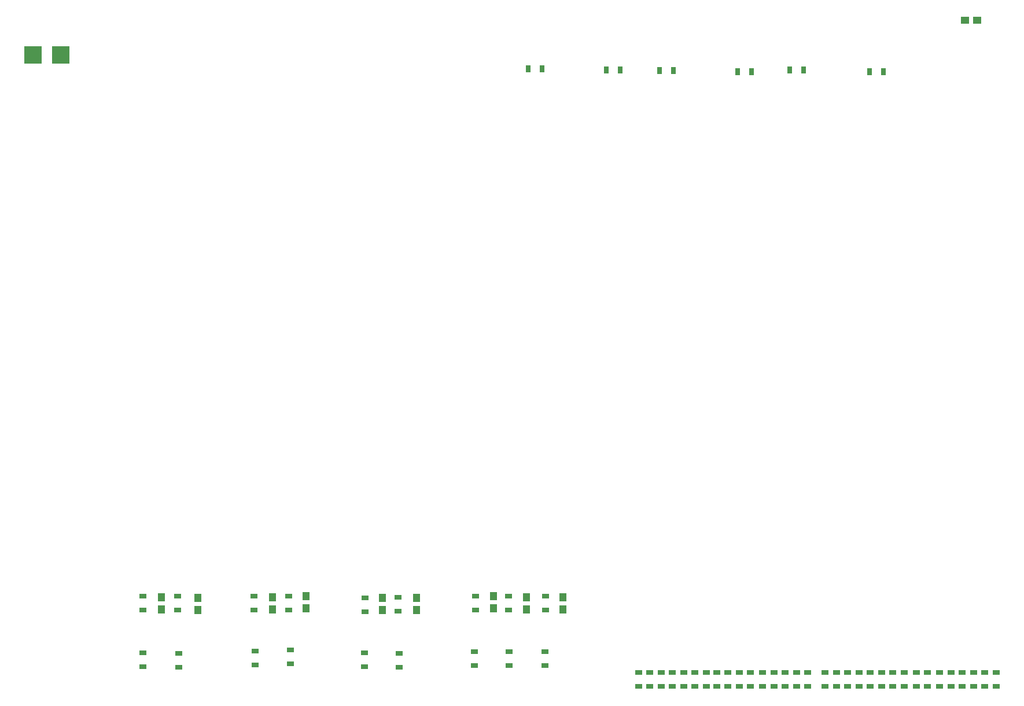
<source format=gbp>
G04*
G04 #@! TF.GenerationSoftware,Altium Limited,Altium Designer,20.0.13 (296)*
G04*
G04 Layer_Color=128*
%FSTAX24Y24*%
%MOIN*%
G70*
G01*
G75*
%ADD24R,0.0472X0.0433*%
%ADD25R,0.0433X0.0315*%
%ADD26R,0.0433X0.0472*%
%ADD30R,0.0315X0.0433*%
%ADD118R,0.0984X0.1024*%
D24*
X0626Y0764D02*
D03*
X0619D02*
D03*
D25*
X06045Y038D02*
D03*
Y0388D02*
D03*
X05385Y038D02*
D03*
Y0388D02*
D03*
X0545Y038D02*
D03*
Y0388D02*
D03*
X0558Y038D02*
D03*
Y0388D02*
D03*
X05515Y038D02*
D03*
Y0388D02*
D03*
X0571Y038D02*
D03*
Y0388D02*
D03*
X05645Y038D02*
D03*
Y0388D02*
D03*
X0584Y038D02*
D03*
Y0388D02*
D03*
X0637Y038D02*
D03*
Y0388D02*
D03*
X0611Y038D02*
D03*
Y0388D02*
D03*
X05975Y038D02*
D03*
Y0388D02*
D03*
X0591Y038D02*
D03*
Y0388D02*
D03*
X06305Y038D02*
D03*
Y0388D02*
D03*
X0624Y038D02*
D03*
Y0388D02*
D03*
X06175Y038D02*
D03*
Y0388D02*
D03*
X05775Y038D02*
D03*
Y0388D02*
D03*
X0522Y038D02*
D03*
Y0388D02*
D03*
X0509Y038D02*
D03*
Y0388D02*
D03*
X05285Y038D02*
D03*
Y0388D02*
D03*
X05155Y038D02*
D03*
Y0388D02*
D03*
X04955Y038D02*
D03*
Y0388D02*
D03*
X05025Y038D02*
D03*
Y0388D02*
D03*
X0489Y038D02*
D03*
Y0388D02*
D03*
X04825Y038D02*
D03*
Y0388D02*
D03*
X0476Y038D02*
D03*
Y0388D02*
D03*
X0457Y038D02*
D03*
Y0388D02*
D03*
X047Y038D02*
D03*
Y0388D02*
D03*
X04635Y038D02*
D03*
Y0388D02*
D03*
X04375Y038D02*
D03*
Y0388D02*
D03*
X0431Y038D02*
D03*
Y0388D02*
D03*
X04505Y038D02*
D03*
Y0388D02*
D03*
X0444Y038D02*
D03*
Y0388D02*
D03*
X0166Y0391D02*
D03*
Y0399D02*
D03*
X02305Y0393D02*
D03*
Y0401D02*
D03*
X021Y03925D02*
D03*
Y04005D02*
D03*
X03365Y0392D02*
D03*
Y04D02*
D03*
X03565Y0392D02*
D03*
Y04D02*
D03*
X0377Y0392D02*
D03*
Y04D02*
D03*
X01655Y0432D02*
D03*
Y0424D02*
D03*
X02095Y0432D02*
D03*
Y0424D02*
D03*
X02295Y0432D02*
D03*
Y0424D02*
D03*
X02925Y04315D02*
D03*
Y04235D02*
D03*
X0356Y0432D02*
D03*
Y0424D02*
D03*
X03775Y0432D02*
D03*
Y0424D02*
D03*
X02735Y043095D02*
D03*
Y042295D02*
D03*
X01455Y0432D02*
D03*
Y0424D02*
D03*
X0337D02*
D03*
Y0432D02*
D03*
X01455Y03915D02*
D03*
Y03995D02*
D03*
X0293Y0399D02*
D03*
Y0391D02*
D03*
X0273Y03995D02*
D03*
Y03915D02*
D03*
D26*
X03875Y04245D02*
D03*
Y04315D02*
D03*
X02835Y0424D02*
D03*
Y0431D02*
D03*
X0303Y0424D02*
D03*
Y0431D02*
D03*
X03475Y0425D02*
D03*
Y0432D02*
D03*
X03665Y04245D02*
D03*
Y04315D02*
D03*
X022Y04245D02*
D03*
Y04315D02*
D03*
X02395Y0425D02*
D03*
Y0432D02*
D03*
X0156Y04245D02*
D03*
Y04315D02*
D03*
X0177Y0424D02*
D03*
Y0431D02*
D03*
D30*
X0518Y07355D02*
D03*
X0526D02*
D03*
X0443Y0735D02*
D03*
X0451D02*
D03*
X03755Y0736D02*
D03*
X03675D02*
D03*
X04205Y07355D02*
D03*
X04125D02*
D03*
X0572Y07345D02*
D03*
X0564D02*
D03*
X0496D02*
D03*
X0488D02*
D03*
D118*
X0098Y0744D02*
D03*
X0082D02*
D03*
M02*

</source>
